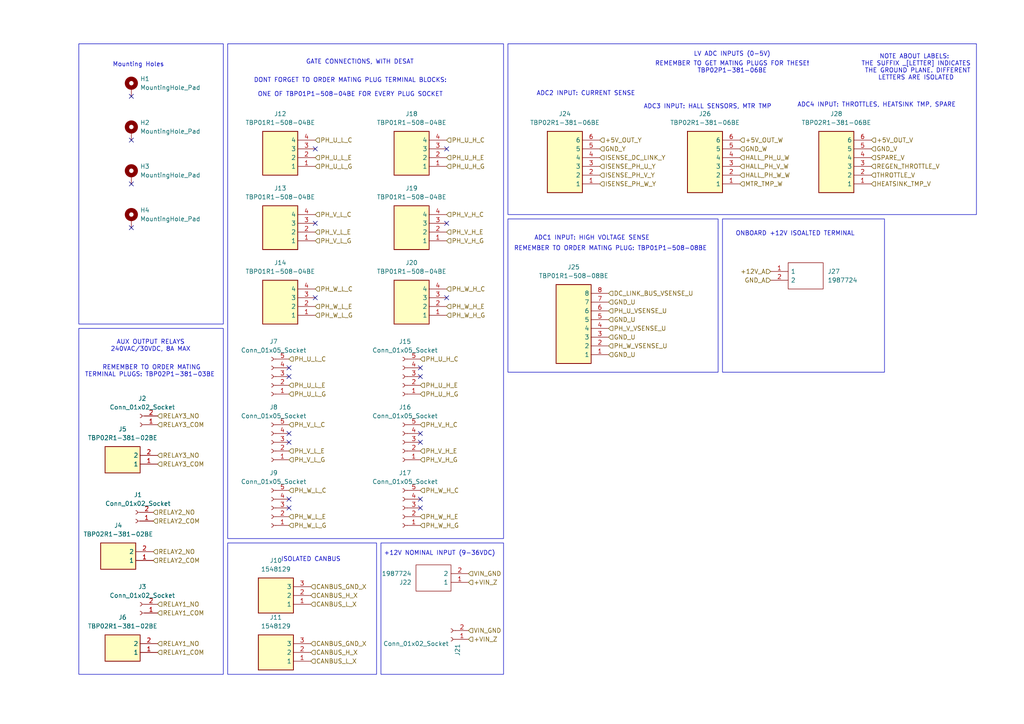
<source format=kicad_sch>
(kicad_sch (version 20250114) (generator "eeschema") (generator_version "9.0")
  (paper "A4")
  (lib_symbols
    (symbol "Connector:Conn_01x02_Socket" (pin_names (offset 1.016) (hide yes))
      (property "Reference" "J" (at 0 2.54 0))
      (property "Value" "Conn_01x02_Socket" (at 0 -5.08 0))
      (symbol "Conn_01x02_Socket_1_1"
        (polyline (pts (xy -1.27 0) (xy -0.508 0)) (stroke (width 0.1524)))
        (polyline (pts (xy -1.27 -2.54) (xy -0.508 -2.54)) (stroke (width 0.1524)))
        (arc (start 0 -0.508) (mid -0.5058 0) (end 0 0.508) (stroke (width 0.1524)))
        (arc (start 0 -3.048) (mid -0.5058 -2.54) (end 0 -2.032) (stroke (width 0.1524)))
        (pin passive line (at -5.08 0 0) (length 3.81) (name "Pin_1") (number "1"))
        (pin passive line (at -5.08 -2.54 0) (length 3.81) (name "Pin_2") (number "2"))
      )
    )
    (symbol "Connector:Conn_01x05_Socket" (pin_names (offset 1.016) (hide yes))
      (property "Reference" "J" (at 0 7.62 0))
      (property "Value" "Conn_01x05_Socket" (at 0 -7.62 0))
      (symbol "Conn_01x05_Socket_1_1"
        (polyline (pts (xy -1.27 5.08) (xy -0.508 5.08)) (stroke (width 0.1524)))
        (polyline (pts (xy -1.27 2.54) (xy -0.508 2.54)) (stroke (width 0.1524)))
        (polyline (pts (xy -1.27 0) (xy -0.508 0)) (stroke (width 0.1524)))
        (polyline (pts (xy -1.27 -2.54) (xy -0.508 -2.54)) (stroke (width 0.1524)))
        (polyline (pts (xy -1.27 -5.08) (xy -0.508 -5.08)) (stroke (width 0.1524)))
        (arc (start 0 4.572) (mid -0.5058 5.08) (end 0 5.588) (stroke (width 0.1524)))
        (arc (start 0 2.032) (mid -0.5058 2.54) (end 0 3.048) (stroke (width 0.1524)))
        (arc (start 0 -0.508) (mid -0.5058 0) (end 0 0.508) (stroke (width 0.1524)))
        (arc (start 0 -3.048) (mid -0.5058 -2.54) (end 0 -2.032) (stroke (width 0.1524)))
        (arc (start 0 -5.588) (mid -0.5058 -5.08) (end 0 -4.572) (stroke (width 0.1524)))
        (pin passive line (at -5.08 5.08 0) (length 3.81) (name "Pin_1") (number "1"))
        (pin passive line (at -5.08 2.54 0) (length 3.81) (name "Pin_2") (number "2"))
        (pin passive line (at -5.08 0 0) (length 3.81) (name "Pin_3") (number "3"))
        (pin passive line (at -5.08 -2.54 0) (length 3.81) (name "Pin_4") (number "4"))
        (pin passive line (at -5.08 -5.08 0) (length 3.81) (name "Pin_5") (number "5"))
      )
    )
    (symbol "InverterCom:1548129"
      (property "Reference" "J" (at 16.51 7.62 0))
      (property "Value" "1548129" (at 16.51 5.08 0))
      (symbol "1548129_1_1"
        (rectangle (start 5.08 2.54) (end 15.24 -7.62) (stroke (width 0.254)) (fill (type background)))
        (pin passive line (at 0 0 0) (length 5.08) (name "1") (number "1"))
        (pin passive line (at 0 -2.54 0) (length 5.08) (name "2") (number "2"))
        (pin passive line (at 0 -5.08 0) (length 5.08) (name "3") (number "3"))
      )
    )
    (symbol "InverterCom:1987724" (pin_names (offset 0.762))
      (property "Reference" "J" (at 16.51 7.62 0))
      (property "Value" "1987724" (at 16.51 5.08 0))
      (symbol "1987724_0_0"
        (pin passive line (at 0 0 0) (length 5.08) (name "1") (number "1"))
        (pin passive line (at 0 -2.54 0) (length 5.08) (name "2") (number "2"))
      )
      (symbol "1987724_0_1"
        (polyline (pts (xy 5.08 2.54) (xy 15.24 2.54) (xy 15.24 -5.08) (xy 5.08 -5.08) (xy 5.08 2.54)) (stroke (width 0.1524)))
      )
    )
    (symbol "InverterCom:TBP01R1-508-04BE"
      (property "Reference" "J" (at 16.51 7.62 0))
      (property "Value" "TBP01R1-508-04BE" (at 16.51 5.08 0))
      (symbol "TBP01R1-508-04BE_1_1"
        (rectangle (start 5.08 2.54) (end 15.24 -10.16) (stroke (width 0.254)) (fill (type background)))
        (pin passive line (at 0 0 0) (length 5.08) (name "1") (number "1"))
        (pin passive line (at 0 -2.54 0) (length 5.08) (name "2") (number "2"))
        (pin passive line (at 0 -5.08 0) (length 5.08) (name "3") (number "3"))
        (pin passive line (at 0 -7.62 0) (length 5.08) (name "4") (number "4"))
      )
    )
    (symbol "InverterCom:TBP01R1-508-08BE"
      (property "Reference" "J" (at 16.51 7.62 0))
      (property "Value" "TBP01R1-508-08BE" (at 16.51 5.08 0))
      (symbol "TBP01R1-508-08BE_1_1"
        (rectangle (start 5.08 2.54) (end 15.24 -20.32) (stroke (width 0.254)) (fill (type background)))
        (pin passive line (at 0 0 0) (length 5.08) (name "1") (number "1"))
        (pin passive line (at 0 -2.54 0) (length 5.08) (name "2") (number "2"))
        (pin passive line (at 0 -5.08 0) (length 5.08) (name "3") (number "3"))
        (pin passive line (at 0 -7.62 0) (length 5.08) (name "4") (number "4"))
        (pin passive line (at 0 -10.16 0) (length 5.08) (name "5") (number "5"))
        (pin passive line (at 0 -12.7 0) (length 5.08) (name "6") (number "6"))
        (pin passive line (at 0 -15.24 0) (length 5.08) (name "7") (number "7"))
        (pin passive line (at 0 -17.78 0) (length 5.08) (name "8") (number "8"))
      )
    )
    (symbol "InverterCom:TBP02R1-381-02BE"
      (property "Reference" "J" (at 16.51 7.62 0))
      (property "Value" "TBP02R1-381-02BE" (at 16.51 5.08 0))
      (symbol "TBP02R1-381-02BE_1_1"
        (rectangle (start 5.08 2.54) (end 15.24 -5.08) (stroke (width 0.254)) (fill (type background)))
        (pin passive line (at 0 0 0) (length 5.08) (name "1") (number "1"))
        (pin passive line (at 0 -2.54 0) (length 5.08) (name "2") (number "2"))
      )
    )
    (symbol "InverterCom:TBP02R1-381-06BE"
      (property "Reference" "J" (at 16.51 7.62 0))
      (property "Value" "TBP02R1-381-06BE" (at 16.51 5.08 0))
      (symbol "TBP02R1-381-06BE_1_1"
        (rectangle (start 5.08 2.54) (end 15.24 -15.24) (stroke (width 0.254)) (fill (type background)))
        (pin passive line (at 0 0 0) (length 5.08) (name "1") (number "1"))
        (pin passive line (at 0 -2.54 0) (length 5.08) (name "2") (number "2"))
        (pin passive line (at 0 -5.08 0) (length 5.08) (name "3") (number "3"))
        (pin passive line (at 0 -7.62 0) (length 5.08) (name "4") (number "4"))
        (pin passive line (at 0 -10.16 0) (length 5.08) (name "5") (number "5"))
        (pin passive line (at 0 -12.7 0) (length 5.08) (name "6") (number "6"))
      )
    )
    (symbol "Mechanical:MountingHole_Pad" (pin_numbers (hide yes)) (pin_names (offset 1.016) (hide yes)) (in_bom no)
      (property "Reference" "H" (at 0 6.35 0))
      (property "Value" "MountingHole_Pad" (at 0 4.445 0))
      (symbol "MountingHole_Pad_0_1"
        (circle (center 0 1.27) (radius 1.27) (stroke (width 1.27)))
      )
      (symbol "MountingHole_Pad_1_1"
        (pin input line (at 0 -2.54 90) (length 2.54) (name "1") (number "1"))
      )
    )
  )
  (rectangle (start 66.04 157.48) (end 109.22 195.58))
  (rectangle (start 147.32 63.5) (end 208.28 107.95))
  (rectangle (start 66.04 12.7) (end 146.05 156.21))
  (rectangle (start 22.86 95.25) (end 64.77 195.58))
  (rectangle (start 110.49 157.48) (end 146.05 195.58))
  (rectangle (start 147.32 12.7) (end 283.21 62.23))
  (rectangle (start 209.55 63.5) (end 256.54 107.95))
  (rectangle (start 22.86 12.7) (end 64.77 93.98))
  (text "ISOLATED CANBUS" (at 90.17 162.306 0) (effects (font (size 1.27 1.27))))
  (text "+12V NOMINAL INPUT (9-36VDC)" (at 127.508 160.528 0) (effects (font (size 1.27 1.27))))
  (text "Mounting Holes" (at 40.132 18.796 0) (effects (font (size 1.27 1.27))))
  (text "GATE CONNECTIONS, WITH DESAT" (at 104.394 18.034 0) (effects (font (size 1.27 1.27))))
  (text "LV ADC INPUTS (0-5V)" (at 212.344 15.748 0) (effects (font (size 1.27 1.27))))
  (text "ADC4 INPUT: THROTTLES, HEATSINK TMP, SPARE" (at 254.254 30.48 0) (effects (font (size 1.27 1.27))))
  (text "NOTE ABOUT LABELS: \nTHE SUFFIX _[LETTER] INDICATES\n THE GROUND PLANE. DIFFERENT\nLETTERS ARE ISOLATED" (at 265.684 19.558 0) (effects (font (size 1.27 1.27))))
  (text "ADC2 INPUT: CURRENT SENSE" (at 169.926 27.178 0) (effects (font (size 1.27 1.27))))
  (text "ONBOARD +12V ISOALTED TERMINAL" (at 230.632 67.818 0) (effects (font (size 1.27 1.27))))
  (text "ADC1 INPUT: HIGH VOLTAGE SENSE" (at 171.704 69.088 0) (effects (font (size 1.27 1.27))))
  (text "REMEMBER TO GET MATING PLUGS FOR THESE!\nTBP02P1-381-06BE" (at 212.344 19.558 0) (effects (font (size 1.27 1.27))))
  (text "ADC3 INPUT: HALL SENSORS, MTR TMP" (at 205.232 30.988 0) (effects (font (size 1.27 1.27))))
  (text "DONT FORGET TO ORDER MATING PLUG TERMINAL BLOCKS:\n\nONE OF TBP01P1-508-04BE FOR EVERY PLUG SOCKET" (at 101.6 25.4 0) (effects (font (size 1.27 1.27))))
  (text "AUX OUTPUT RELAYS\n240VAC/30VDC, 8A MAX" (at 43.688 100.33 0) (effects (font (size 1.27 1.27))))
  (text "REMEMBER TO ORDER MATING\nTERMINAL PLUGS: TBP02P1-381-03BE " (at 43.942 107.696 0) (effects (font (size 1.27 1.27))))
  (text "REMEMBER TO ORDER MATING PLUG: TBP01P1-508-08BE " (at 177.546 72.136 0) (effects (font (size 1.27 1.27))))
  (no_connect (at 121.92 125.73))
  (no_connect (at 38.1 66.04))
  (no_connect (at 121.92 128.27))
  (no_connect (at 83.82 125.73))
  (no_connect (at 121.92 147.32))
  (no_connect (at 83.82 147.32))
  (no_connect (at 38.1 27.94))
  (no_connect (at 129.54 86.36))
  (no_connect (at 38.1 40.64))
  (no_connect (at 38.1 53.34))
  (no_connect (at 91.44 86.36))
  (no_connect (at 91.44 43.18))
  (no_connect (at 83.82 109.22))
  (no_connect (at 129.54 64.77))
  (no_connect (at 83.82 106.68))
  (no_connect (at 91.44 64.77))
  (no_connect (at 121.92 106.68))
  (no_connect (at 83.82 144.78))
  (no_connect (at 129.54 43.18))
  (no_connect (at 121.92 144.78))
  (no_connect (at 83.82 128.27))
  (no_connect (at 121.92 109.22))
  (hierarchical_label "PH_V_L_G" (shape input) (at 91.44 69.85 0))
  (hierarchical_label "RELAY1_COM" (shape input) (at 45.72 189.23 0))
  (hierarchical_label "THROTTLE_V" (shape input) (at 252.73 50.8 0))
  (hierarchical_label "PH_W_L_C" (shape input) (at 91.44 83.82 0))
  (hierarchical_label "GND_A" (shape input) (at 223.52 81.28 180))
  (hierarchical_label "PH_V_H_C" (shape input) (at 121.92 123.19 0))
  (hierarchical_label "DC_LINK_BUS_VSENSE_U" (shape input) (at 176.53 85.09 0))
  (hierarchical_label "PH_W_H_C" (shape input) (at 129.54 83.82 0))
  (hierarchical_label "RELAY3_NO" (shape input) (at 45.72 120.65 0))
  (hierarchical_label "GND_Y" (shape input) (at 173.99 43.18 0))
  (hierarchical_label "VIN_GND" (shape input) (at 135.89 182.88 0))
  (hierarchical_label "PH_V_L_G" (shape input) (at 83.82 133.35 0))
  (hierarchical_label "+5V_OUT_W" (shape input) (at 214.63 40.64 0))
  (hierarchical_label "PH_U_L_E" (shape input) (at 83.82 111.76 0))
  (hierarchical_label "RELAY1_NO" (shape input) (at 45.72 175.26 0))
  (hierarchical_label "CANBUS_H_X" (shape input) (at 90.17 172.72 0))
  (hierarchical_label "SPARE_V" (shape input) (at 252.73 45.72 0))
  (hierarchical_label "CANBUS_GND_X" (shape input) (at 90.17 186.69 0))
  (hierarchical_label "+VIN_Z" (shape input) (at 135.89 168.91 0))
  (hierarchical_label "RELAY2_NO" (shape input) (at 44.45 160.02 0))
  (hierarchical_label "GND_W" (shape input) (at 214.63 43.18 0))
  (hierarchical_label "PH_W_H_G" (shape input) (at 129.54 91.44 0))
  (hierarchical_label "+5V_OUT_Y" (shape input) (at 173.99 40.64 0))
  (hierarchical_label "PH_V_L_C" (shape input) (at 91.44 62.23 0))
  (hierarchical_label "REGEN_THROTTLE_V" (shape input) (at 252.73 48.26 0))
  (hierarchical_label "RELAY2_COM" (shape input) (at 44.45 162.56 0))
  (hierarchical_label "PH_W_L_G" (shape input) (at 91.44 91.44 0))
  (hierarchical_label "CANBUS_H_X" (shape input) (at 90.17 189.23 0))
  (hierarchical_label "CANBUS_L_X" (shape input) (at 90.17 191.77 0))
  (hierarchical_label "GND_V" (shape input) (at 252.73 43.18 0))
  (hierarchical_label "PH_U_L_E" (shape input) (at 91.44 45.72 0))
  (hierarchical_label "PH_W_VSENSE_U" (shape input) (at 176.53 100.33 0))
  (hierarchical_label "PH_W_H_G" (shape input) (at 121.92 152.4 0))
  (hierarchical_label "PH_U_L_C" (shape input) (at 91.44 40.64 0))
  (hierarchical_label "PH_U_H_C" (shape input) (at 129.54 40.64 0))
  (hierarchical_label "ISENSE_PH_V_Y" (shape input) (at 173.99 50.8 0))
  (hierarchical_label "PH_U_H_G" (shape input) (at 121.92 114.3 0))
  (hierarchical_label "RELAY2_NO" (shape input) (at 44.45 148.59 0))
  (hierarchical_label "PH_V_H_E" (shape input) (at 129.54 67.31 0))
  (hierarchical_label "PH_U_H_E" (shape input) (at 121.92 111.76 0))
  (hierarchical_label "ISENSE_DC_LINK_Y" (shape input) (at 173.99 45.72 0))
  (hierarchical_label "ISENSE_PH_U_Y" (shape input) (at 173.99 48.26 0))
  (hierarchical_label "RELAY3_NO" (shape input) (at 45.72 132.08 0))
  (hierarchical_label "RELAY3_COM" (shape input) (at 45.72 134.62 0))
  (hierarchical_label "PH_U_VSENSE_U" (shape input) (at 176.53 90.17 0))
  (hierarchical_label "VIN_GND" (shape input) (at 135.89 166.37 0))
  (hierarchical_label "HALL_PH_V_W" (shape input) (at 214.63 48.26 0))
  (hierarchical_label "PH_W_L_E" (shape input) (at 83.82 149.86 0))
  (hierarchical_label "PH_V_H_E" (shape input) (at 121.92 130.81 0))
  (hierarchical_label "PH_W_H_E" (shape input) (at 121.92 149.86 0))
  (hierarchical_label "RELAY1_COM" (shape input) (at 45.72 177.8 0))
  (hierarchical_label "+VIN_Z" (shape input) (at 135.89 185.42 0))
  (hierarchical_label "HALL_PH_U_W" (shape input) (at 214.63 45.72 0))
  (hierarchical_label "PH_V_L_E" (shape input) (at 91.44 67.31 0))
  (hierarchical_label "PH_W_H_C" (shape input) (at 121.92 142.24 0))
  (hierarchical_label "PH_W_L_C" (shape input) (at 83.82 142.24 0))
  (hierarchical_label "GND_U" (shape input) (at 176.53 97.79 0))
  (hierarchical_label "ISENSE_PH_W_Y" (shape input) (at 173.99 53.34 0))
  (hierarchical_label "PH_V_H_C" (shape input) (at 129.54 62.23 0))
  (hierarchical_label "RELAY3_COM" (shape input) (at 45.72 123.19 0))
  (hierarchical_label "PH_V_H_G" (shape input) (at 129.54 69.85 0))
  (hierarchical_label "PH_W_L_E" (shape input) (at 91.44 88.9 0))
  (hierarchical_label "PH_U_H_C" (shape input) (at 121.92 104.14 0))
  (hierarchical_label "CANBUS_GND_X" (shape input) (at 90.17 170.18 0))
  (hierarchical_label "PH_U_H_E" (shape input) (at 129.54 45.72 0))
  (hierarchical_label "GND_U" (shape input) (at 176.53 92.71 0))
  (hierarchical_label "PH_V_H_G" (shape input) (at 121.92 133.35 0))
  (hierarchical_label "HEATSINK_TMP_V" (shape input) (at 252.73 53.34 0))
  (hierarchical_label "CANBUS_L_X" (shape input) (at 90.17 175.26 0))
  (hierarchical_label "+5V_OUT_V" (shape input) (at 252.73 40.64 0))
  (hierarchical_label "PH_V_VSENSE_U" (shape input) (at 176.53 95.25 0))
  (hierarchical_label "PH_V_L_C" (shape input) (at 83.82 123.19 0))
  (hierarchical_label "+12V_A" (shape input) (at 223.52 78.74 180))
  (hierarchical_label "PH_W_L_G" (shape input) (at 83.82 152.4 0))
  (hierarchical_label "PH_W_H_E" (shape input) (at 129.54 88.9 0))
  (hierarchical_label "MTR_TMP_W" (shape input) (at 214.63 53.34 0))
  (hierarchical_label "PH_U_L_C" (shape input) (at 83.82 104.14 0))
  (hierarchical_label "HALL_PH_W_W" (shape input) (at 214.63 50.8 0))
  (hierarchical_label "RELAY2_COM" (shape input) (at 44.45 151.13 0))
  (hierarchical_label "PH_U_L_G" (shape input) (at 91.44 48.26 0))
  (hierarchical_label "PH_U_L_G" (shape input) (at 83.82 114.3 0))
  (hierarchical_label "GND_U" (shape input) (at 176.53 87.63 0))
  (hierarchical_label "PH_U_H_G" (shape input) (at 129.54 48.26 0))
  (hierarchical_label "RELAY1_NO" (shape input) (at 45.72 186.69 0))
  (hierarchical_label "GND_U" (shape input) (at 176.53 102.87 0))
  (hierarchical_label "PH_V_L_E" (shape input) (at 83.82 130.81 0))
  (symbol (lib_id "InverterCom:TBP01R1-508-04BE") (at 91.44 48.26 180) (unit 1)
    (property "Reference" "J12" (at 81.28 33.02 0))
    (property "Value" "TBP01R1-508-04BE" (at 81.28 35.56 0))
    (property "Footprint" "InverterCom:TBP01R150804BE" (effects (hide yes)))
    (property "Datasheet" "https://www.sameskydevices.com/product/resource/supplyframepdf/tbp01r1-508.pdf" (effects (hide yes)))
    (property "Description" "2~24 Poles, Pluggable, Receptacle, Horizontal, 5.08 Pitch, Terminal Block Connector" (effects (hide yes)))
    (property "Height" "8.9" (effects (hide yes)))
    (property "Mouser Part Number" "490-TBP01R1-508-04BE" (effects (hide yes)))
    (property "Mouser Price/Stock" "https://www.mouser.co.uk/ProductDetail/Same-Sky/TBP01R1-508-04BE?qs=PzGy0jfpSMtbuigPwCNi2Q%3D%3D" (effects (hide yes)))
    (property "Manufacturer_Name" "Same Sky" (effects (hide yes)))
    (property "Manufacturer_Part_Number" "TBP01R1-508-04BE" (effects (hide yes)))
  )
  (symbol (lib_id "InverterCom:TBP02R1-381-06BE") (at 252.73 53.34 180) (unit 1)
    (property "Reference" "J28" (at 242.57 33.02 0))
    (property "Value" "TBP02R1-381-06BE" (at 242.57 35.56 0))
    (property "Footprint" "InverterCom:SHDR6W80P0X381_1X6_2365X920X720P" (effects (hide yes)))
    (property "Datasheet" "https://www.sameskydevices.com/product/resource/supplyframepdf/tbp02r1-381.pdf" (effects (hide yes)))
    (property "Description" "2~24 Poles, Pluggable,Receptacle, Horizontal, 3.81 Pitch, Terminal Block Connector" (effects (hide yes)))
    (property "Height" "7.2" (effects (hide yes)))
    (property "Mouser Part Number" "490-TBP02R1-381-06BE" (effects (hide yes)))
    (property "Mouser Price/Stock" "https://www.mouser.co.uk/ProductDetail/CUI-Devices/TBP02R1-381-06BE?qs=PzGy0jfpSMusbQ6fY%252Bjf%252BQ%3D%3D" (effects (hide yes)))
    (property "Manufacturer_Name" "Same Sky" (effects (hide yes)))
    (property "Manufacturer_Part_Number" "TBP02R1-381-06BE" (effects (hide yes)))
  )
  (symbol (lib_id "Connector:Conn_01x02_Socket") (at 40.64 123.19 180) (unit 1)
    (property "Reference" "J2" (at 41.275 115.57 0))
    (property "Value" "Conn_01x02_Socket" (at 41.275 118.11 0))
    (property "Footprint" "Connector_PinSocket_2.54mm:PinSocket_1x02_P2.54mm_Vertical" (effects (hide yes)))
    (property "Description" "Generic connector, single row, 01x02, script generated" (effects (hide yes)))
  )
  (symbol (lib_id "InverterCom:TBP01R1-508-04BE") (at 129.54 69.85 180) (unit 1)
    (property "Reference" "J19" (at 119.38 54.61 0))
    (property "Value" "TBP01R1-508-04BE" (at 119.38 57.15 0))
    (property "Footprint" "InverterCom:TBP01R150804BE" (effects (hide yes)))
    (property "Datasheet" "https://www.sameskydevices.com/product/resource/supplyframepdf/tbp01r1-508.pdf" (effects (hide yes)))
    (property "Description" "2~24 Poles, Pluggable, Receptacle, Horizontal, 5.08 Pitch, Terminal Block Connector" (effects (hide yes)))
    (property "Height" "8.9" (effects (hide yes)))
    (property "Mouser Part Number" "490-TBP01R1-508-04BE" (effects (hide yes)))
    (property "Mouser Price/Stock" "https://www.mouser.co.uk/ProductDetail/Same-Sky/TBP01R1-508-04BE?qs=PzGy0jfpSMtbuigPwCNi2Q%3D%3D" (effects (hide yes)))
    (property "Manufacturer_Name" "Same Sky" (effects (hide yes)))
    (property "Manufacturer_Part_Number" "TBP01R1-508-04BE" (effects (hide yes)))
  )
  (symbol (lib_id "Mechanical:MountingHole_Pad") (at 38.1 38.1 0) (unit 1) (in_bom no)
    (property "Reference" "H2" (at 40.64 35.5599 0) (effects (justify left)))
    (property "Value" "MountingHole_Pad" (at 40.64 38.0999 0) (effects (justify left)))
    (property "Footprint" "MountingHole:MountingHole_5.3mm_M5_ISO7380_Pad" (effects (hide yes)))
    (property "Description" "Mounting Hole with connection" (effects (hide yes)))
  )
  (symbol (lib_id "Connector:Conn_01x05_Socket") (at 116.84 147.32 180) (unit 1)
    (property "Reference" "J17" (at 117.475 137.16 0))
    (property "Value" "Conn_01x05_Socket" (at 117.475 139.7 0))
    (property "Footprint" "Connector_PinSocket_2.54mm:PinSocket_1x05_P2.54mm_Vertical" (effects (hide yes)))
    (property "Description" "Generic connector, single row, 01x05, script generated" (effects (hide yes)))
  )
  (symbol (lib_id "Mechanical:MountingHole_Pad") (at 38.1 25.4 0) (unit 1) (in_bom no)
    (property "Reference" "H1" (at 40.64 22.8599 0) (effects (justify left)))
    (property "Value" "MountingHole_Pad" (at 40.64 25.3999 0) (effects (justify left)))
    (property "Footprint" "MountingHole:MountingHole_5.3mm_M5_ISO7380_Pad" (effects (hide yes)))
    (property "Description" "Mounting Hole with connection" (effects (hide yes)))
  )
  (symbol (lib_id "InverterCom:TBP02R1-381-02BE") (at 45.72 189.23 180) (unit 1)
    (property "Reference" "J6" (at 35.56 179.07 0))
    (property "Value" "TBP02R1-381-02BE" (at 35.56 181.61 0))
    (property "Footprint" "InverterCom:TBP02R138102BE" (effects (hide yes)))
    (property "Datasheet" "https://www.sameskydevices.com/product/resource/supplyframepdf/tbp02r1-381.pdf" (effects (hide yes)))
    (property "Description" "2~24 Poles, Pluggable,Receptacle, Horizontal, 3.81 Pitch, Terminal Block Connector" (effects (hide yes)))
    (property "Height" "7.2" (effects (hide yes)))
    (property "Mouser Part Number" "490-TBP02R1-381-02BE" (effects (hide yes)))
    (property "Mouser Price/Stock" "https://www.mouser.co.uk/ProductDetail/CUI-Devices/TBP02R1-381-02BE?qs=PzGy0jfpSMuDSg0nR5k9Yg%3D%3D" (effects (hide yes)))
    (property "Manufacturer_Name" "Same Sky" (effects (hide yes)))
    (property "Manufacturer_Part_Number" "TBP02R1-381-02BE" (effects (hide yes)))
  )
  (symbol (lib_id "Connector:Conn_01x05_Socket") (at 116.84 109.22 180) (unit 1)
    (property "Reference" "J15" (at 117.475 99.06 0))
    (property "Value" "Conn_01x05_Socket" (at 117.475 101.6 0))
    (property "Footprint" "Connector_PinSocket_2.54mm:PinSocket_1x05_P2.54mm_Vertical" (effects (hide yes)))
    (property "Description" "Generic connector, single row, 01x05, script generated" (effects (hide yes)))
  )
  (symbol (lib_id "InverterCom:1548129") (at 90.17 191.77 180) (unit 1)
    (property "Reference" "J11" (at 80.01 179.07 0))
    (property "Value" "1548129" (at 80.01 181.61 0))
    (property "Footprint" "InverterCom:1548129" (effects (hide yes)))
    (property "Datasheet" "https://www.phoenixcontact.com/en-in/products/pcb-terminal-block-mkdsn-15-3-508-spe-1548129" (effects (hide yes)))
    (property "Description" "Pluggable Terminal Blocks MKDSN 1,5/ 3-5,08 SPE" (effects (hide yes)))
    (property "Height" "10.15" (effects (hide yes)))
    (property "Mouser Part Number" "651-1548129" (effects (hide yes)))
    (property "Mouser Price/Stock" "https://www.mouser.co.uk/ProductDetail/Phoenix-Contact/1548129?qs=ulEaXIWI0c%2FYtJCBk3iUtQ%3D%3D" (effects (hide yes)))
    (property "Manufacturer_Name" "Phoenix Contact" (effects (hide yes)))
    (property "Manufacturer_Part_Number" "1548129" (effects (hide yes)))
  )
  (symbol (lib_id "Connector:Conn_01x05_Socket") (at 78.74 128.27 180) (unit 1)
    (property "Reference" "J8" (at 79.375 118.11 0))
    (property "Value" "Conn_01x05_Socket" (at 79.375 120.65 0))
    (property "Footprint" "Connector_PinSocket_2.54mm:PinSocket_1x05_P2.54mm_Vertical" (effects (hide yes)))
    (property "Description" "Generic connector, single row, 01x05, script generated" (effects (hide yes)))
  )
  (symbol (lib_id "Connector:Conn_01x05_Socket") (at 116.84 128.27 180) (unit 1)
    (property "Reference" "J16" (at 117.475 118.11 0))
    (property "Value" "Conn_01x05_Socket" (at 117.475 120.65 0))
    (property "Footprint" "Connector_PinSocket_2.54mm:PinSocket_1x05_P2.54mm_Vertical" (effects (hide yes)))
    (property "Description" "Generic connector, single row, 01x05, script generated" (effects (hide yes)))
  )
  (symbol (lib_id "InverterCom:TBP01R1-508-04BE") (at 129.54 91.44 180) (unit 1)
    (property "Reference" "J20" (at 119.38 76.2 0))
    (property "Value" "TBP01R1-508-04BE" (at 119.38 78.74 0))
    (property "Footprint" "InverterCom:TBP01R150804BE" (effects (hide yes)))
    (property "Datasheet" "https://www.sameskydevices.com/product/resource/supplyframepdf/tbp01r1-508.pdf" (effects (hide yes)))
    (property "Description" "2~24 Poles, Pluggable, Receptacle, Horizontal, 5.08 Pitch, Terminal Block Connector" (effects (hide yes)))
    (property "Height" "8.9" (effects (hide yes)))
    (property "Mouser Part Number" "490-TBP01R1-508-04BE" (effects (hide yes)))
    (property "Mouser Price/Stock" "https://www.mouser.co.uk/ProductDetail/Same-Sky/TBP01R1-508-04BE?qs=PzGy0jfpSMtbuigPwCNi2Q%3D%3D" (effects (hide yes)))
    (property "Manufacturer_Name" "Same Sky" (effects (hide yes)))
    (property "Manufacturer_Part_Number" "TBP01R1-508-04BE" (effects (hide yes)))
  )
  (symbol (lib_id "InverterCom:1548129") (at 90.17 175.26 180) (unit 1)
    (property "Reference" "J10" (at 80.01 162.56 0))
    (property "Value" "1548129" (at 80.01 165.1 0))
    (property "Footprint" "InverterCom:1548129" (effects (hide yes)))
    (property "Datasheet" "https://www.phoenixcontact.com/en-in/products/pcb-terminal-block-mkdsn-15-3-508-spe-1548129" (effects (hide yes)))
    (property "Description" "Pluggable Terminal Blocks MKDSN 1,5/ 3-5,08 SPE" (effects (hide yes)))
    (property "Height" "10.15" (effects (hide yes)))
    (property "Mouser Part Number" "651-1548129" (effects (hide yes)))
    (property "Mouser Price/Stock" "https://www.mouser.co.uk/ProductDetail/Phoenix-Contact/1548129?qs=ulEaXIWI0c%2FYtJCBk3iUtQ%3D%3D" (effects (hide yes)))
    (property "Manufacturer_Name" "Phoenix Contact" (effects (hide yes)))
    (property "Manufacturer_Part_Number" "1548129" (effects (hide yes)))
  )
  (symbol (lib_id "InverterCom:TBP01R1-508-04BE") (at 91.44 91.44 180) (unit 1)
    (property "Reference" "J14" (at 81.28 76.2 0))
    (property "Value" "TBP01R1-508-04BE" (at 81.28 78.74 0))
    (property "Footprint" "InverterCom:TBP01R150804BE" (effects (hide yes)))
    (property "Datasheet" "https://www.sameskydevices.com/product/resource/supplyframepdf/tbp01r1-508.pdf" (effects (hide yes)))
    (property "Description" "2~24 Poles, Pluggable, Receptacle, Horizontal, 5.08 Pitch, Terminal Block Connector" (effects (hide yes)))
    (property "Height" "8.9" (effects (hide yes)))
    (property "Mouser Part Number" "490-TBP01R1-508-04BE" (effects (hide yes)))
    (property "Mouser Price/Stock" "https://www.mouser.co.uk/ProductDetail/Same-Sky/TBP01R1-508-04BE?qs=PzGy0jfpSMtbuigPwCNi2Q%3D%3D" (effects (hide yes)))
    (property "Manufacturer_Name" "Same Sky" (effects (hide yes)))
    (property "Manufacturer_Part_Number" "TBP01R1-508-04BE" (effects (hide yes)))
  )
  (symbol (lib_id "InverterCom:TBP02R1-381-02BE") (at 45.72 134.62 180) (unit 1)
    (property "Reference" "J5" (at 35.56 124.46 0))
    (property "Value" "TBP02R1-381-02BE" (at 35.56 127 0))
    (property "Footprint" "InverterCom:TBP02R138102BE" (effects (hide yes)))
    (property "Datasheet" "https://www.sameskydevices.com/product/resource/supplyframepdf/tbp02r1-381.pdf" (effects (hide yes)))
    (property "Description" "2~24 Poles, Pluggable,Receptacle, Horizontal, 3.81 Pitch, Terminal Block Connector" (effects (hide yes)))
    (property "Height" "7.2" (effects (hide yes)))
    (property "Mouser Part Number" "490-TBP02R1-381-02BE" (effects (hide yes)))
    (property "Mouser Price/Stock" "https://www.mouser.co.uk/ProductDetail/CUI-Devices/TBP02R1-381-02BE?qs=PzGy0jfpSMuDSg0nR5k9Yg%3D%3D" (effects (hide yes)))
    (property "Manufacturer_Name" "Same Sky" (effects (hide yes)))
    (property "Manufacturer_Part_Number" "TBP02R1-381-02BE" (effects (hide yes)))
  )
  (symbol (lib_id "Connector:Conn_01x02_Socket") (at 39.37 151.13 180) (unit 1)
    (property "Reference" "J1" (at 40.005 143.51 0))
    (property "Value" "Conn_01x02_Socket" (at 40.005 146.05 0))
    (property "Footprint" "Connector_PinSocket_2.54mm:PinSocket_1x02_P2.54mm_Vertical" (effects (hide yes)))
    (property "Description" "Generic connector, single row, 01x02, script generated" (effects (hide yes)))
  )
  (symbol (lib_id "Connector:Conn_01x05_Socket") (at 78.74 147.32 180) (unit 1)
    (property "Reference" "J9" (at 79.375 137.16 0))
    (property "Value" "Conn_01x05_Socket" (at 79.375 139.7 0))
    (property "Footprint" "Connector_PinSocket_2.54mm:PinSocket_1x05_P2.54mm_Vertical" (effects (hide yes)))
    (property "Description" "Generic connector, single row, 01x05, script generated" (effects (hide yes)))
  )
  (symbol (lib_id "InverterCom:1987724") (at 135.89 168.91 180) (unit 1)
    (property "Reference" "J22" (at 119.38 168.9101 0) (effects (justify left)))
    (property "Value" "1987724" (at 119.38 166.3701 0) (effects (justify left)))
    (property "Footprint" "InverterCom:1987724" (effects (hide yes)))
    (property "Datasheet" "https://datasheet.datasheetarchive.com/originals/distributors/Datasheets-DGA18/1075322.pdf" (effects (hide yes)))
    (property "Description" "Phoenix Contact PT 2.5/ 2-5.0-V PCB Terminal Block, 2 Way/Pole, Screw Terminals, 20  10 AWG Through Hole," (effects (hide yes)))
    (property "Description_1" "Phoenix Contact PT 2.5/ 2-5.0-V PCB Terminal Block, 2 Way/Pole, Screw Terminals, 20  10 AWG Through Hole," (effects (hide yes)))
    (property "Height" "9.15" (effects (hide yes)))
    (property "Mouser Part Number" "651-1987724" (effects (hide yes)))
    (property "Mouser Price/Stock" "https://www.mouser.co.uk/ProductDetail/Phoenix-Contact/1987724?qs=gjk32EaArKIePzXcIKo3jg%3D%3D" (effects (hide yes)))
    (property "Manufacturer_Name" "Phoenix Contact" (effects (hide yes)))
    (property "Manufacturer_Part_Number" "1987724" (effects (hide yes)))
  )
  (symbol (lib_id "InverterCom:TBP02R1-381-06BE") (at 173.99 53.34 180) (unit 1)
    (property "Reference" "J24" (at 163.83 33.02 0))
    (property "Value" "TBP02R1-381-06BE" (at 163.83 35.56 0))
    (property "Footprint" "InverterCom:SHDR6W80P0X381_1X6_2365X920X720P" (effects (hide yes)))
    (property "Datasheet" "https://www.sameskydevices.com/product/resource/supplyframepdf/tbp02r1-381.pdf" (effects (hide yes)))
    (property "Description" "2~24 Poles, Pluggable,Receptacle, Horizontal, 3.81 Pitch, Terminal Block Connector" (effects (hide yes)))
    (property "Height" "7.2" (effects (hide yes)))
    (property "Mouser Part Number" "490-TBP02R1-381-06BE" (effects (hide yes)))
    (property "Mouser Price/Stock" "https://www.mouser.co.uk/ProductDetail/CUI-Devices/TBP02R1-381-06BE?qs=PzGy0jfpSMusbQ6fY%252Bjf%252BQ%3D%3D" (effects (hide yes)))
    (property "Manufacturer_Name" "Same Sky" (effects (hide yes)))
    (property "Manufacturer_Part_Number" "TBP02R1-381-06BE" (effects (hide yes)))
  )
  (symbol (lib_id "InverterCom:TBP01R1-508-04BE") (at 129.54 48.26 180) (unit 1)
    (property "Reference" "J18" (at 119.38 33.02 0))
    (property "Value" "TBP01R1-508-04BE" (at 119.38 35.56 0))
    (property "Footprint" "InverterCom:TBP01R150804BE" (effects (hide yes)))
    (property "Datasheet" "https://www.sameskydevices.com/product/resource/supplyframepdf/tbp01r1-508.pdf" (effects (hide yes)))
    (property "Description" "2~24 Poles, Pluggable, Receptacle, Horizontal, 5.08 Pitch, Terminal Block Connector" (effects (hide yes)))
    (property "Height" "8.9" (effects (hide yes)))
    (property "Mouser Part Number" "490-TBP01R1-508-04BE" (effects (hide yes)))
    (property "Mouser Price/Stock" "https://www.mouser.co.uk/ProductDetail/Same-Sky/TBP01R1-508-04BE?qs=PzGy0jfpSMtbuigPwCNi2Q%3D%3D" (effects (hide yes)))
    (property "Manufacturer_Name" "Same Sky" (effects (hide yes)))
    (property "Manufacturer_Part_Number" "TBP01R1-508-04BE" (effects (hide yes)))
  )
  (symbol (lib_id "Mechanical:MountingHole_Pad") (at 38.1 50.8 0) (unit 1) (in_bom no)
    (property "Reference" "H3" (at 40.64 48.2599 0) (effects (justify left)))
    (property "Value" "MountingHole_Pad" (at 40.64 50.7999 0) (effects (justify left)))
    (property "Footprint" "MountingHole:MountingHole_5.3mm_M5_ISO7380_Pad" (effects (hide yes)))
    (property "Description" "Mounting Hole with connection" (effects (hide yes)))
  )
  (symbol (lib_id "Mechanical:MountingHole_Pad") (at 38.1 63.5 0) (unit 1) (in_bom no)
    (property "Reference" "H4" (at 40.64 60.9599 0) (effects (justify left)))
    (property "Value" "MountingHole_Pad" (at 40.64 63.4999 0) (effects (justify left)))
    (property "Footprint" "MountingHole:MountingHole_5.3mm_M5_ISO7380_Pad" (effects (hide yes)))
    (property "Description" "Mounting Hole with connection" (effects (hide yes)))
  )
  (symbol (lib_id "Connector:Conn_01x02_Socket") (at 40.64 177.8 180) (unit 1)
    (property "Reference" "J3" (at 41.275 170.18 0))
    (property "Value" "Conn_01x02_Socket" (at 41.275 172.72 0))
    (property "Footprint" "Connector_PinSocket_2.54mm:PinSocket_1x02_P2.54mm_Vertical" (effects (hide yes)))
    (property "Description" "Generic connector, single row, 01x02, script generated" (effects (hide yes)))
  )
  (symbol (lib_id "InverterCom:1987724") (at 223.52 78.74 0) (unit 1)
    (property "Reference" "J27" (at 240.03 78.7399 0) (effects (justify left)))
    (property "Value" "1987724" (at 240.03 81.2799 0) (effects (justify left)))
    (property "Footprint" "InverterCom:1987724" (effects (hide yes)))
    (property "Datasheet" "https://datasheet.datasheetarchive.com/originals/distributors/Datasheets-DGA18/1075322.pdf" (effects (hide yes)))
    (property "Description" "Phoenix Contact PT 2.5/ 2-5.0-V PCB Terminal Block, 2 Way/Pole, Screw Terminals, 20  10 AWG Through Hole," (effects (hide yes)))
    (property "Description_1" "Phoenix Contact PT 2.5/ 2-5.0-V PCB Terminal Block, 2 Way/Pole, Screw Terminals, 20  10 AWG Through Hole," (effects (hide yes)))
    (property "Height" "9.15" (effects (hide yes)))
    (property "Mouser Part Number" "651-1987724" (effects (hide yes)))
    (property "Mouser Price/Stock" "https://www.mouser.co.uk/ProductDetail/Phoenix-Contact/1987724?qs=gjk32EaArKIePzXcIKo3jg%3D%3D" (effects (hide yes)))
    (property "Manufacturer_Name" "Phoenix Contact" (effects (hide yes)))
    (property "Manufacturer_Part_Number" "1987724" (effects (hide yes)))
  )
  (symbol (lib_id "Connector:Conn_01x05_Socket") (at 78.74 109.22 180) (unit 1)
    (property "Reference" "J7" (at 79.375 99.06 0))
    (property "Value" "Conn_01x05_Socket" (at 79.375 101.6 0))
    (property "Footprint" "Connector_PinSocket_2.54mm:PinSocket_1x05_P2.54mm_Vertical" (effects (hide yes)))
    (property "Description" "Generic connector, single row, 01x05, script generated" (effects (hide yes)))
  )
  (symbol (lib_id "InverterCom:TBP01R1-508-04BE") (at 91.44 69.85 180) (unit 1)
    (property "Reference" "J13" (at 81.28 54.61 0))
    (property "Value" "TBP01R1-508-04BE" (at 81.28 57.15 0))
    (property "Footprint" "InverterCom:TBP01R150804BE" (effects (hide yes)))
    (property "Datasheet" "https://www.sameskydevices.com/product/resource/supplyframepdf/tbp01r1-508.pdf" (effects (hide yes)))
    (property "Description" "2~24 Poles, Pluggable, Receptacle, Horizontal, 5.08 Pitch, Terminal Block Connector" (effects (hide yes)))
    (property "Height" "8.9" (effects (hide yes)))
    (property "Mouser Part Number" "490-TBP01R1-508-04BE" (effects (hide yes)))
    (property "Mouser Price/Stock" "https://www.mouser.co.uk/ProductDetail/Same-Sky/TBP01R1-508-04BE?qs=PzGy0jfpSMtbuigPwCNi2Q%3D%3D" (effects (hide yes)))
    (property "Manufacturer_Name" "Same Sky" (effects (hide yes)))
    (property "Manufacturer_Part_Number" "TBP01R1-508-04BE" (effects (hide yes)))
  )
  (symbol (lib_id "InverterCom:TBP02R1-381-06BE") (at 214.63 53.34 180) (unit 1)
    (property "Reference" "J26" (at 204.47 33.02 0))
    (property "Value" "TBP02R1-381-06BE" (at 204.47 35.56 0))
    (property "Footprint" "InverterCom:SHDR6W80P0X381_1X6_2365X920X720P" (effects (hide yes)))
    (property "Datasheet" "https://www.sameskydevices.com/product/resource/supplyframepdf/tbp02r1-381.pdf" (effects (hide yes)))
    (property "Description" "2~24 Poles, Pluggable,Receptacle, Horizontal, 3.81 Pitch, Terminal Block Connector" (effects (hide yes)))
    (property "Height" "7.2" (effects (hide yes)))
    (property "Mouser Part Number" "490-TBP02R1-381-06BE" (effects (hide yes)))
    (property "Mouser Price/Stock" "https://www.mouser.co.uk/ProductDetail/CUI-Devices/TBP02R1-381-06BE?qs=PzGy0jfpSMusbQ6fY%252Bjf%252BQ%3D%3D" (effects (hide yes)))
    (property "Manufacturer_Name" "Same Sky" (effects (hide yes)))
    (property "Manufacturer_Part_Number" "TBP02R1-381-06BE" (effects (hide yes)))
  )
  (symbol (lib_id "InverterCom:TBP01R1-508-08BE") (at 176.53 102.87 180) (unit 1)
    (property "Reference" "J25" (at 166.37 77.47 0))
    (property "Value" "TBP01R1-508-08BE" (at 166.37 80.01 0))
    (property "Footprint" "InverterCom:SHDR8W100P0X508_1X8_4224X1200X890P" (effects (hide yes)))
    (property "Datasheet" "https://www.sameskydevices.com/product/resource/supplyframepdf/tbp01r1-508.pdf" (effects (hide yes)))
    (property "Description" "2~24 Poles, Pluggable, Receptacle, Horizontal, 5.08 Pitch, Terminal Block Connector" (effects (hide yes)))
    (property "Height" "8.9" (effects (hide yes)))
    (property "Mouser Part Number" "490-TBP01R1-508-08BE" (effects (hide yes)))
    (property "Mouser Price/Stock" "https://www.mouser.co.uk/ProductDetail/CUI-Devices/TBP01R1-508-08BE?qs=PzGy0jfpSMvxLRQvHckPeQ%3D%3D" (effects (hide yes)))
    (property "Manufacturer_Name" "Same Sky" (effects (hide yes)))
    (property "Manufacturer_Part_Number" "TBP01R1-508-08BE" (effects (hide yes)))
  )
  (symbol (lib_id "InverterCom:TBP02R1-381-02BE") (at 44.45 162.56 180) (unit 1)
    (property "Reference" "J4" (at 34.29 152.4 0))
    (property "Value" "TBP02R1-381-02BE" (at 34.29 154.94 0))
    (property "Footprint" "InverterCom:TBP02R138102BE" (effects (hide yes)))
    (property "Datasheet" "https://www.sameskydevices.com/product/resource/supplyframepdf/tbp02r1-381.pdf" (effects (hide yes)))
    (property "Description" "2~24 Poles, Pluggable,Receptacle, Horizontal, 3.81 Pitch, Terminal Block Connector" (effects (hide yes)))
    (property "Height" "7.2" (effects (hide yes)))
    (property "Mouser Part Number" "490-TBP02R1-381-02BE" (effects (hide yes)))
    (property "Mouser Price/Stock" "https://www.mouser.co.uk/ProductDetail/CUI-Devices/TBP02R1-381-02BE?qs=PzGy0jfpSMuDSg0nR5k9Yg%3D%3D" (effects (hide yes)))
    (property "Manufacturer_Name" "Same Sky" (effects (hide yes)))
    (property "Manufacturer_Part_Number" "TBP02R1-381-02BE" (effects (hide yes)))
  )
  (symbol (lib_id "Connector:Conn_01x02_Socket") (at 130.81 185.42 180) (unit 1)
    (property "Reference" "J21" (at 132.7151 186.69 90) (effects (justify left)))
    (property "Value" "Conn_01x02_Socket" (at 130.1751 186.69 0) (effects (justify left)))
    (property "Footprint" "Connector_PinSocket_2.54mm:PinSocket_1x02_P2.54mm_Vertical" (effects (hide yes)))
    (property "Description" "Generic connector, single row, 01x02, script generated" (effects (hide yes)))
  )
)
</source>
